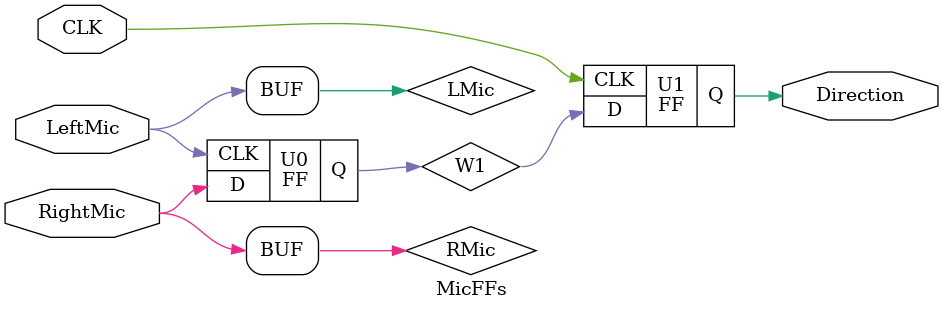
<source format=v>
/*
    ECE 3331-303 Group 3
    Spring 2024

    Name: Nicholas Rethans
    Module Name: MicrophoneFFs
    Submodule of: 
    Dependances: 
    Description:

    Inputs: CLK, RightMic, LeftMic

    Outputs: Direction

    Notes:  Direction is high when right mic is closer
            Direction is low when left mic is closer

*/

module FF(CLK,D,Q);
    input CLK,D;
    output reg Q=0;
    always @(posedge CLK) begin
        Q=D;
    end
endmodule

module MicFFs(input CLK,RightMic,LeftMic, output Direction);
    reg RMic = 0, LMic=0;
    wire W1;
    always@(CLK) begin
        RMic=RightMic;
        LMic=LeftMic;
    end
    FF U0(LMic,RMic,W1);
    FF U1(CLK,W1,Direction);

endmodule
</source>
